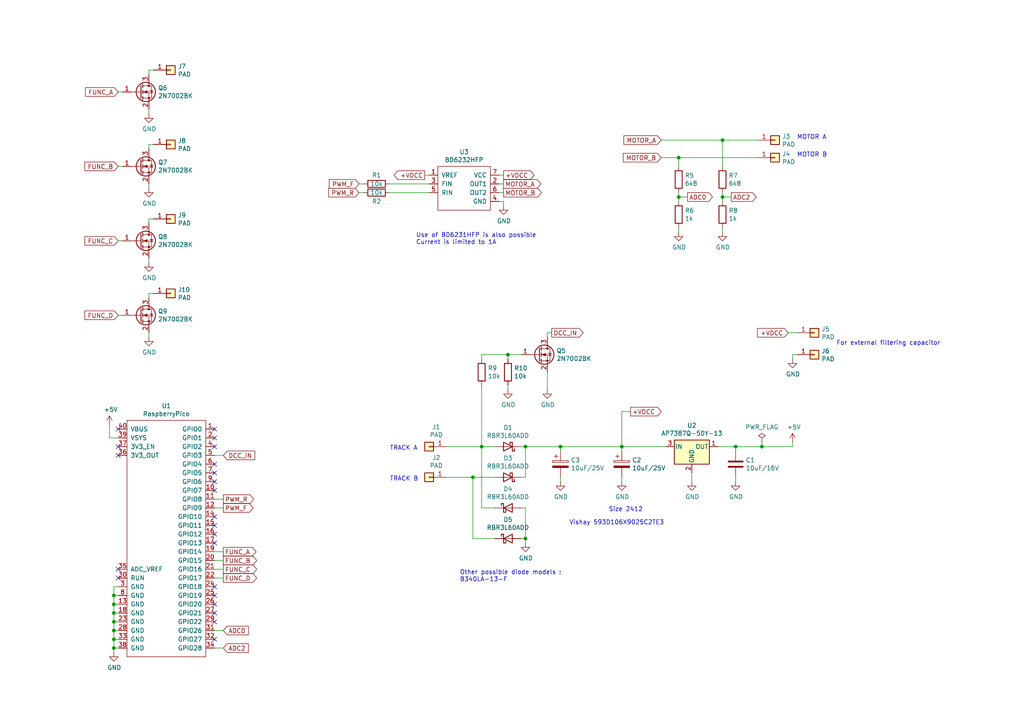
<source format=kicad_sch>
(kicad_sch (version 20230121) (generator eeschema)
  (paper "A4")
  (title_block (title "Raspberry Pico DCC Decoder") (company "MERG") (comment 1 "Designed by Benoit BOUCHEZ - M8718"))
  (lib_symbols
    (symbol "Connector_Generic:Conn_01x01" (pin_names (offset 1.016) hide)
      (property "Reference" "J" (at 0 2.54 0))
      (property "Value" "Conn_01x01" (at 0 -2.54 0))
      (symbol "Conn_01x01_1_1"
        (rectangle (start -1.27 0.127) (end 0 -0.127) (stroke (width 0.1524)))
        (rectangle (start -1.27 1.27) (end 1.27 -1.27) (stroke (width 0.254)) (fill (type background)))
        (pin passive line (at -5.08 0 0) (length 3.81) (name "Pin_1") (number "1"))
      )
    )
    (symbol "Device:C" (pin_numbers hide) (pin_names (offset 0.254))
      (property "Reference" "C" (at 0.635 2.54 0))
      (property "Value" "C" (at 0.635 -2.54 0))
      (symbol "C_0_1"
        (polyline (pts (xy -2.032 -0.762) (xy 2.032 -0.762)) (stroke (width 0.508)))
        (polyline (pts (xy -2.032 0.762) (xy 2.032 0.762)) (stroke (width 0.508)))
      )
      (symbol "C_1_1"
        (pin passive line (at 0 3.81 270) (length 2.794) (name "~") (number "1"))
        (pin passive line (at 0 -3.81 90) (length 2.794) (name "~") (number "2"))
      )
    )
    (symbol "Device:D_Schottky" (pin_numbers hide) (pin_names (offset 1.016) hide)
      (property "Reference" "D" (at 0 2.54 0))
      (property "Value" "D_Schottky" (at 0 -2.54 0))
      (symbol "D_Schottky_0_1"
        (polyline (pts (xy 1.27 0) (xy -1.27 0)))
        (polyline (pts (xy 1.27 1.27) (xy 1.27 -1.27) (xy -1.27 0) (xy 1.27 1.27)) (stroke (width 0.254)))
        (polyline (pts (xy -1.905 0.635) (xy -1.905 1.27) (xy -1.27 1.27) (xy -1.27 -1.27) (xy -0.635 -1.27) (xy -0.635 -0.635)) (stroke (width 0.254)))
      )
      (symbol "D_Schottky_1_1"
        (pin passive line (at -3.81 0 0) (length 2.54) (name "K") (number "1"))
        (pin passive line (at 3.81 0 180) (length 2.54) (name "A") (number "2"))
      )
    )
    (symbol "Device:R" (pin_numbers hide) (pin_names (offset 0))
      (property "Reference" "R" (at 2.032 0 90))
      (property "Value" "R" (at 0 0 90))
      (symbol "R_0_1"
        (rectangle (start -1.016 -2.54) (end 1.016 2.54) (stroke (width 0.254)))
      )
      (symbol "R_1_1"
        (pin passive line (at 0 3.81 270) (length 1.27) (name "~") (number "1"))
        (pin passive line (at 0 -3.81 90) (length 1.27) (name "~") (number "2"))
      )
    )
    (symbol "PicoDecoder-rescue:BD623xHFP-BD623xx" (pin_names (offset 1.016))
      (property "Reference" "U" (at 1.27 0 0))
      (property "Value" "BD623xx_BD623xHFP" (at 7.62 -15.24 0))
      (symbol "BD623xHFP-BD623xx_0_1"
        (rectangle (start 0 -1.27) (end 15.24 -13.97))
      )
      (symbol "BD623xHFP-BD623xx_1_1"
        (pin input line (at -2.54 -3.81 0) (length 2.54) (name "VREF") (number "1"))
        (pin power_out line (at 17.78 -6.35 180) (length 2.54) (name "OUT1") (number "2"))
        (pin input line (at -2.54 -6.35 0) (length 2.54) (name "FIN") (number "3"))
        (pin power_in line (at 17.78 -11.43 180) (length 2.54) (name "GND") (number "4"))
        (pin input line (at -2.54 -8.89 0) (length 2.54) (name "RIN") (number "5"))
        (pin power_out line (at 17.78 -8.89 180) (length 2.54) (name "OUT2") (number "6"))
        (pin power_in line (at 17.78 -3.81 180) (length 2.54) (name "VCC") (number "7"))
      )
    )
    (symbol "PicoDecoder-rescue:CP-Device" (pin_numbers hide) (pin_names (offset 0.254))
      (property "Reference" "C" (at 0.635 2.54 0))
      (property "Value" "Device_CP" (at 0.635 -2.54 0))
      (symbol "CP-Device_0_1"
        (rectangle (start -2.286 0.508) (end 2.286 1.016))
        (polyline (pts (xy -1.778 2.286) (xy -0.762 2.286)))
        (polyline (pts (xy -1.27 2.794) (xy -1.27 1.778)))
        (rectangle (start 2.286 -0.508) (end -2.286 -1.016) (fill (type outline)))
      )
      (symbol "CP-Device_1_1"
        (pin passive line (at 0 3.81 270) (length 2.794) (name "~") (number "1"))
        (pin passive line (at 0 -3.81 90) (length 2.794) (name "~") (number "2"))
      )
    )
    (symbol "PicoDecoder-rescue:RaspberryPico-Pico" (pin_names (offset 1.016))
      (property "Reference" "U" (at -21.59 3.81 0))
      (property "Value" "Pico_RaspberryPico" (at -15.24 -67.31 0))
      (symbol "RaspberryPico-Pico_0_1"
        (rectangle (start -22.86 2.54) (end 0 -66.04))
      )
      (symbol "RaspberryPico-Pico_1_1"
        (pin bidirectional line (at 2.54 0 180) (length 2.54) (name "GPIO0") (number "1"))
        (pin bidirectional line (at 2.54 -17.78 180) (length 2.54) (name "GPIO7") (number "10"))
        (pin bidirectional line (at 2.54 -20.32 180) (length 2.54) (name "GPIO8") (number "11"))
        (pin bidirectional line (at 2.54 -22.86 180) (length 2.54) (name "GPIO9") (number "12"))
        (pin power_in line (at -25.4 -50.8 0) (length 2.54) (name "GND") (number "13"))
        (pin bidirectional line (at 2.54 -25.4 180) (length 2.54) (name "GPIO10") (number "14"))
        (pin bidirectional line (at 2.54 -27.94 180) (length 2.54) (name "GPIO11") (number "15"))
        (pin bidirectional line (at 2.54 -30.48 180) (length 2.54) (name "GPIO12") (number "16"))
        (pin bidirectional line (at 2.54 -33.02 180) (length 2.54) (name "GPIO13") (number "17"))
        (pin power_in line (at -25.4 -53.34 0) (length 2.54) (name "GND") (number "18"))
        (pin bidirectional line (at 2.54 -35.56 180) (length 2.54) (name "GPIO14") (number "19"))
        (pin bidirectional line (at 2.54 -2.54 180) (length 2.54) (name "GPIO1") (number "2"))
        (pin bidirectional line (at 2.54 -38.1 180) (length 2.54) (name "GPIO15") (number "20"))
        (pin bidirectional line (at 2.54 -40.64 180) (length 2.54) (name "GPIO16") (number "21"))
        (pin bidirectional line (at 2.54 -43.18 180) (length 2.54) (name "GPIO17") (number "22"))
        (pin power_in line (at -25.4 -55.88 0) (length 2.54) (name "GND") (number "23"))
        (pin bidirectional line (at 2.54 -45.72 180) (length 2.54) (name "GPIO18") (number "24"))
        (pin bidirectional line (at 2.54 -48.26 180) (length 2.54) (name "GPIO19") (number "25"))
        (pin bidirectional line (at 2.54 -50.8 180) (length 2.54) (name "GPIO20") (number "26"))
        (pin bidirectional line (at 2.54 -53.34 180) (length 2.54) (name "GPIO21") (number "27"))
        (pin power_in line (at -25.4 -58.42 0) (length 2.54) (name "GND") (number "28"))
        (pin bidirectional line (at 2.54 -55.88 180) (length 2.54) (name "GPIO22") (number "29"))
        (pin power_in line (at -25.4 -45.72 0) (length 2.54) (name "GND") (number "3"))
        (pin input line (at -25.4 -43.18 0) (length 2.54) (name "RUN") (number "30"))
        (pin bidirectional line (at 2.54 -58.42 180) (length 2.54) (name "GPIO26") (number "31"))
        (pin bidirectional line (at 2.54 -60.96 180) (length 2.54) (name "GPIO27") (number "32"))
        (pin power_in line (at -25.4 -60.96 0) (length 2.54) (name "GND") (number "33"))
        (pin bidirectional line (at 2.54 -63.5 180) (length 2.54) (name "GPIO28") (number "34"))
        (pin input line (at -25.4 -40.64 0) (length 2.54) (name "ADC_VREF") (number "35"))
        (pin power_out line (at -25.4 -7.62 0) (length 2.54) (name "3V3_OUT") (number "36"))
        (pin input line (at -25.4 -5.08 0) (length 2.54) (name "3V3_EN") (number "37"))
        (pin power_in line (at -25.4 -63.5 0) (length 2.54) (name "GND") (number "38"))
        (pin power_in line (at -25.4 -2.54 0) (length 2.54) (name "VSYS") (number "39"))
        (pin bidirectional line (at 2.54 -5.08 180) (length 2.54) (name "GPIO2") (number "4"))
        (pin power_in line (at -25.4 0 0) (length 2.54) (name "VBUS") (number "40"))
        (pin bidirectional line (at 2.54 -7.62 180) (length 2.54) (name "GPIO3") (number "5"))
        (pin bidirectional line (at 2.54 -10.16 180) (length 2.54) (name "GPIO4") (number "6"))
        (pin bidirectional line (at 2.54 -12.7 180) (length 2.54) (name "GPIO5") (number "7"))
        (pin power_in line (at -25.4 -48.26 0) (length 2.54) (name "GND") (number "8"))
        (pin bidirectional line (at 2.54 -15.24 180) (length 2.54) (name "GPIO6") (number "9"))
      )
    )
    (symbol "Regulator_Linear:L78L05_SOT89" (pin_names (offset 0.254))
      (property "Reference" "U" (at -3.81 3.175 0))
      (property "Value" "L78L05_SOT89" (at -0.635 3.175 0))
      (symbol "L78L05_SOT89_0_1"
        (rectangle (start -5.08 1.905) (end 5.08 -5.08) (stroke (width 0.254)) (fill (type background)))
      )
      (symbol "L78L05_SOT89_1_1"
        (pin power_out line (at 7.62 0 180) (length 2.54) (name "OUT") (number "1"))
        (pin power_in line (at 0 -7.62 90) (length 2.54) (name "GND") (number "2"))
        (pin power_in line (at -7.62 0 0) (length 2.54) (name "IN") (number "3"))
      )
    )
    (symbol "Transistor_FET:2N7002" (pin_names hide)
      (property "Reference" "Q" (at 5.08 1.905 0))
      (property "Value" "2N7002" (at 5.08 0 0))
      (symbol "2N7002_0_1"
        (polyline (pts (xy 0.254 0) (xy -2.54 0)))
        (polyline (pts (xy 0.254 1.905) (xy 0.254 -1.905)) (stroke (width 0.254)))
        (polyline (pts (xy 0.762 -1.27) (xy 0.762 -2.286)) (stroke (width 0.254)))
        (polyline (pts (xy 0.762 0.508) (xy 0.762 -0.508)) (stroke (width 0.254)))
        (polyline (pts (xy 0.762 2.286) (xy 0.762 1.27)) (stroke (width 0.254)))
        (polyline (pts (xy 2.54 2.54) (xy 2.54 1.778)))
        (polyline (pts (xy 2.54 -2.54) (xy 2.54 0) (xy 0.762 0)))
        (polyline (pts (xy 0.762 -1.778) (xy 3.302 -1.778) (xy 3.302 1.778) (xy 0.762 1.778)))
        (polyline (pts (xy 1.016 0) (xy 2.032 0.381) (xy 2.032 -0.381) (xy 1.016 0)) (fill (type outline)))
        (polyline (pts (xy 2.794 0.508) (xy 2.921 0.381) (xy 3.683 0.381) (xy 3.81 0.254)))
        (polyline (pts (xy 3.302 0.381) (xy 2.921 -0.254) (xy 3.683 -0.254) (xy 3.302 0.381)))
        (circle (center 1.651 0) (radius 2.794) (stroke (width 0.254)))
        (circle (center 2.54 -1.778) (radius 0.254) (fill (type outline)))
        (circle (center 2.54 1.778) (radius 0.254) (fill (type outline)))
      )
      (symbol "2N7002_1_1"
        (pin input line (at -5.08 0 0) (length 2.54) (name "G") (number "1"))
        (pin passive line (at 2.54 -5.08 90) (length 2.54) (name "S") (number "2"))
        (pin passive line (at 2.54 5.08 270) (length 2.54) (name "D") (number "3"))
      )
    )
    (symbol "power:+5V" (power) (pin_names (offset 0))
      (property "Value" "+5V" (at 0 3.556 0))
      (symbol "+5V_0_1"
        (polyline (pts (xy -0.762 1.27) (xy 0 2.54)))
        (polyline (pts (xy 0 0) (xy 0 2.54)))
        (polyline (pts (xy 0 2.54) (xy 0.762 1.27)))
      )
      (symbol "+5V_1_1"
        (pin power_in line (at 0 0 90) (length 0) hide (name "+5V") (number "1"))
      )
    )
    (symbol "power:GND" (power) (pin_names (offset 0))
      (property "Value" "GND" (at 0 -3.81 0))
      (symbol "GND_0_1"
        (polyline (pts (xy 0 0) (xy 0 -1.27) (xy 1.27 -1.27) (xy 0 -2.54) (xy -1.27 -1.27) (xy 0 -1.27)))
      )
      (symbol "GND_1_1"
        (pin power_in line (at 0 0 270) (length 0) hide (name "GND") (number "1"))
      )
    )
    (symbol "power:PWR_FLAG" (power) (pin_numbers hide) (pin_names (offset 0) hide)
      (property "Value" "PWR_FLAG" (at 0 3.81 0))
      (symbol "PWR_FLAG_0_0"
        (pin power_out line (at 0 0 90) (length 0) (name "pwr") (number "1"))
      )
      (symbol "PWR_FLAG_0_1"
        (polyline (pts (xy 0 0) (xy 0 1.27) (xy -1.016 1.905) (xy 0 2.54) (xy 1.016 1.905) (xy 0 1.27)))
      )
    )
  )
  (junction (at 147.32 102.87))
  (junction (at 137.16 138.43))
  (junction (at 33.02 185.42))
  (junction (at 196.85 57.15))
  (junction (at 180.34 129.54))
  (junction (at 139.7 129.54))
  (junction (at 33.02 177.8))
  (junction (at 220.98 129.54))
  (junction (at 209.55 57.15))
  (junction (at 209.55 40.64))
  (junction (at 162.56 129.54))
  (junction (at 33.02 172.72))
  (junction (at 33.02 182.88))
  (junction (at 152.4 156.21))
  (junction (at 33.02 187.96))
  (junction (at 196.85 45.72))
  (junction (at 33.02 175.26))
  (junction (at 152.4 129.54))
  (junction (at 33.02 180.34))
  (junction (at 213.36 129.54))
  (no_connect (at 62.23 127))
  (no_connect (at 62.23 172.72))
  (no_connect (at 62.23 177.8))
  (no_connect (at 62.23 129.54))
  (no_connect (at 62.23 185.42))
  (no_connect (at 62.23 134.62))
  (no_connect (at 62.23 170.18))
  (no_connect (at 34.29 124.46))
  (no_connect (at 62.23 124.46))
  (no_connect (at 34.29 167.64))
  (no_connect (at 62.23 149.86))
  (no_connect (at 34.29 132.08))
  (no_connect (at 62.23 180.34))
  (no_connect (at 62.23 154.94))
  (no_connect (at 62.23 137.16))
  (no_connect (at 62.23 157.48))
  (no_connect (at 34.29 165.1))
  (no_connect (at 62.23 175.26))
  (no_connect (at 34.29 129.54))
  (no_connect (at 62.23 152.4))
  (no_connect (at 62.23 142.24))
  (no_connect (at 62.23 139.7))
  (wire (pts (xy 62.23 132.08) (xy 64.77 132.08)))
  (wire (pts (xy 34.29 26.67) (xy 35.56 26.67)))
  (wire (pts (xy 33.02 189.23) (xy 33.02 187.96)))
  (wire (pts (xy 209.55 48.26) (xy 209.55 40.64)))
  (wire (pts (xy 231.14 102.87) (xy 229.87 102.87)))
  (wire (pts (xy 220.98 128.27) (xy 220.98 129.54)))
  (wire (pts (xy 113.03 55.88) (xy 124.46 55.88)))
  (wire (pts (xy 62.23 167.64) (xy 64.77 167.64)))
  (wire (pts (xy 180.34 119.38) (xy 180.34 129.54)))
  (wire (pts (xy 43.18 41.91) (xy 43.18 43.18)))
  (wire (pts (xy 208.28 129.54) (xy 213.36 129.54)))
  (wire (pts (xy 180.34 119.38) (xy 182.88 119.38)))
  (wire (pts (xy 147.32 102.87) (xy 151.13 102.87)))
  (wire (pts (xy 158.75 107.95) (xy 158.75 113.03)))
  (wire (pts (xy 162.56 138.43) (xy 162.56 139.7)))
  (wire (pts (xy 144.78 50.8) (xy 146.05 50.8)))
  (wire (pts (xy 137.16 138.43) (xy 143.51 138.43)))
  (wire (pts (xy 113.03 53.34) (xy 124.46 53.34)))
  (wire (pts (xy 196.85 55.88) (xy 196.85 57.15)))
  (wire (pts (xy 158.75 96.52) (xy 158.75 97.79)))
  (wire (pts (xy 144.78 53.34) (xy 146.05 53.34)))
  (wire (pts (xy 180.34 130.81) (xy 180.34 129.54)))
  (wire (pts (xy 43.18 20.32) (xy 44.45 20.32)))
  (wire (pts (xy 44.45 41.91) (xy 43.18 41.91)))
  (wire (pts (xy 213.36 138.43) (xy 213.36 139.7)))
  (wire (pts (xy 200.66 137.16) (xy 200.66 139.7)))
  (wire (pts (xy 144.78 58.42) (xy 146.05 58.42)))
  (wire (pts (xy 62.23 147.32) (xy 64.77 147.32)))
  (wire (pts (xy 151.13 138.43) (xy 152.4 138.43)))
  (wire (pts (xy 180.34 129.54) (xy 193.04 129.54)))
  (wire (pts (xy 209.55 40.64) (xy 219.71 40.64)))
  (wire (pts (xy 33.02 185.42) (xy 33.02 182.88)))
  (wire (pts (xy 146.05 58.42) (xy 146.05 59.69)))
  (wire (pts (xy 33.02 172.72) (xy 33.02 170.18)))
  (wire (pts (xy 199.39 57.15) (xy 196.85 57.15)))
  (wire (pts (xy 123.19 50.8) (xy 124.46 50.8)))
  (wire (pts (xy 196.85 66.04) (xy 196.85 67.31)))
  (wire (pts (xy 139.7 147.32) (xy 139.7 129.54)))
  (wire (pts (xy 152.4 129.54) (xy 162.56 129.54)))
  (wire (pts (xy 62.23 144.78) (xy 64.77 144.78)))
  (wire (pts (xy 213.36 129.54) (xy 220.98 129.54)))
  (wire (pts (xy 33.02 175.26) (xy 33.02 172.72)))
  (wire (pts (xy 33.02 182.88) (xy 33.02 180.34)))
  (wire (pts (xy 43.18 31.75) (xy 43.18 33.02)))
  (wire (pts (xy 33.02 182.88) (xy 34.29 182.88)))
  (wire (pts (xy 196.85 45.72) (xy 219.71 45.72)))
  (wire (pts (xy 213.36 129.54) (xy 213.36 130.81)))
  (wire (pts (xy 104.14 53.34) (xy 105.41 53.34)))
  (wire (pts (xy 33.02 185.42) (xy 34.29 185.42)))
  (wire (pts (xy 228.6 96.52) (xy 231.14 96.52)))
  (wire (pts (xy 33.02 175.26) (xy 34.29 175.26)))
  (wire (pts (xy 196.85 57.15) (xy 196.85 58.42)))
  (wire (pts (xy 151.13 156.21) (xy 152.4 156.21)))
  (wire (pts (xy 33.02 177.8) (xy 34.29 177.8)))
  (wire (pts (xy 139.7 104.14) (xy 139.7 102.87)))
  (wire (pts (xy 229.87 128.27) (xy 229.87 129.54)))
  (wire (pts (xy 33.02 187.96) (xy 34.29 187.96)))
  (wire (pts (xy 33.02 177.8) (xy 33.02 175.26)))
  (wire (pts (xy 34.29 91.44) (xy 35.56 91.44)))
  (wire (pts (xy 31.75 127) (xy 31.75 123.19)))
  (wire (pts (xy 33.02 187.96) (xy 33.02 185.42)))
  (wire (pts (xy 104.14 55.88) (xy 105.41 55.88)))
  (wire (pts (xy 33.02 180.34) (xy 34.29 180.34)))
  (wire (pts (xy 137.16 138.43) (xy 137.16 156.21)))
  (wire (pts (xy 43.18 63.5) (xy 43.18 64.77)))
  (wire (pts (xy 143.51 147.32) (xy 139.7 147.32)))
  (wire (pts (xy 152.4 157.48) (xy 152.4 156.21)))
  (wire (pts (xy 34.29 48.26) (xy 35.56 48.26)))
  (wire (pts (xy 209.55 57.15) (xy 209.55 58.42)))
  (wire (pts (xy 147.32 104.14) (xy 147.32 102.87)))
  (wire (pts (xy 33.02 170.18) (xy 34.29 170.18)))
  (wire (pts (xy 152.4 147.32) (xy 151.13 147.32)))
  (wire (pts (xy 147.32 111.76) (xy 147.32 113.03)))
  (wire (pts (xy 43.18 21.59) (xy 43.18 20.32)))
  (wire (pts (xy 162.56 129.54) (xy 180.34 129.54)))
  (wire (pts (xy 43.18 85.09) (xy 43.18 86.36)))
  (wire (pts (xy 152.4 129.54) (xy 151.13 129.54)))
  (wire (pts (xy 43.18 96.52) (xy 43.18 97.79)))
  (wire (pts (xy 44.45 85.09) (xy 43.18 85.09)))
  (wire (pts (xy 220.98 129.54) (xy 229.87 129.54)))
  (wire (pts (xy 191.77 45.72) (xy 196.85 45.72)))
  (wire (pts (xy 129.54 138.43) (xy 137.16 138.43)))
  (wire (pts (xy 43.18 74.93) (xy 43.18 76.2)))
  (wire (pts (xy 209.55 66.04) (xy 209.55 67.31)))
  (wire (pts (xy 143.51 156.21) (xy 137.16 156.21)))
  (wire (pts (xy 139.7 111.76) (xy 139.7 129.54)))
  (wire (pts (xy 62.23 162.56) (xy 64.77 162.56)))
  (wire (pts (xy 139.7 102.87) (xy 147.32 102.87)))
  (wire (pts (xy 62.23 160.02) (xy 64.77 160.02)))
  (wire (pts (xy 43.18 53.34) (xy 43.18 54.61)))
  (wire (pts (xy 143.51 129.54) (xy 139.7 129.54)))
  (wire (pts (xy 44.45 63.5) (xy 43.18 63.5)))
  (wire (pts (xy 160.02 96.52) (xy 158.75 96.52)))
  (wire (pts (xy 162.56 130.81) (xy 162.56 129.54)))
  (wire (pts (xy 34.29 69.85) (xy 35.56 69.85)))
  (wire (pts (xy 33.02 172.72) (xy 34.29 172.72)))
  (wire (pts (xy 229.87 102.87) (xy 229.87 104.14)))
  (wire (pts (xy 212.09 57.15) (xy 209.55 57.15)))
  (wire (pts (xy 64.77 187.96) (xy 62.23 187.96)))
  (wire (pts (xy 33.02 180.34) (xy 33.02 177.8)))
  (wire (pts (xy 62.23 182.88) (xy 64.77 182.88)))
  (wire (pts (xy 191.77 40.64) (xy 209.55 40.64)))
  (wire (pts (xy 62.23 165.1) (xy 64.77 165.1)))
  (wire (pts (xy 196.85 48.26) (xy 196.85 45.72)))
  (wire (pts (xy 152.4 138.43) (xy 152.4 129.54)))
  (wire (pts (xy 144.78 55.88) (xy 146.05 55.88)))
  (wire (pts (xy 152.4 156.21) (xy 152.4 147.32)))
  (wire (pts (xy 129.54 129.54) (xy 139.7 129.54)))
  (wire (pts (xy 34.29 127) (xy 31.75 127)))
  (wire (pts (xy 209.55 55.88) (xy 209.55 57.15)))
  (wire (pts (xy 180.34 138.43) (xy 180.34 139.7)))
  (text "MOTOR B" (at 231.14 45.72 0) (effects (font (size 1.27 1.27)) (justify left bottom)))
  (text "Use of BD6231HFP is also possible\nCurrent is limited to 1A" (at 120.65 71.12 0) (effects (font (size 1.27 1.27)) (justify left bottom)))
  (text "For external filtering capacitor" (at 242.57 100.33 0) (effects (font (size 1.27 1.27)) (justify left bottom)))
  (text "TRACK B" (at 113.03 139.7 0) (effects (font (size 1.27 1.27)) (justify left bottom)))
  (text "TRACK A" (at 113.03 130.81 0) (effects (font (size 1.27 1.27)) (justify left bottom)))
  (text "MOTOR A" (at 231.14 40.64 0) (effects (font (size 1.27 1.27)) (justify left bottom)))
  (text "Other possible diode models :\nB340LA-13-F" (at 133.35 168.91 0) (effects (font (size 1.27 1.27)) (justify left bottom)))
  (text "Size 2412" (at 176.53 148.59 0) (effects (font (size 1.27 1.27)) (justify left bottom)))
  (text "Vishay 593D106X9025C2TE3" (at 165.1 152.4 0) (effects (font (size 1.27 1.27)) (justify left bottom)))
  (global_label "MOTOR_A" (shape input) (at 191.77 40.64 180) (property "Intersheetrefs" "${INTERSHEET_REFS}" (effects hide)))
  (global_label "FUNC_C" (shape output) (at 64.77 165.1 0) (property "Intersheetrefs" "${INTERSHEET_REFS}" (effects hide)))
  (global_label "+VDCC" (shape output) (at 146.05 50.8 0) (property "Intersheetrefs" "${INTERSHEET_REFS}" (effects hide)))
  (global_label "FUNC_D" (shape input) (at 34.29 91.44 180) (property "Intersheetrefs" "${INTERSHEET_REFS}" (effects hide)))
  (global_label "ADC0" (shape output) (at 199.39 57.15 0) (property "Intersheetrefs" "${INTERSHEET_REFS}" (effects hide)))
  (global_label "PWM_R" (shape output) (at 64.77 144.78 0) (property "Intersheetrefs" "${INTERSHEET_REFS}" (effects hide)))
  (global_label "FUNC_B" (shape output) (at 64.77 162.56 0) (property "Intersheetrefs" "${INTERSHEET_REFS}" (effects hide)))
  (global_label "FUNC_D" (shape output) (at 64.77 167.64 0) (property "Intersheetrefs" "${INTERSHEET_REFS}" (effects hide)))
  (global_label "FUNC_B" (shape input) (at 34.29 48.26 180) (property "Intersheetrefs" "${INTERSHEET_REFS}" (effects hide)))
  (global_label "FUNC_A" (shape output) (at 64.77 160.02 0) (property "Intersheetrefs" "${INTERSHEET_REFS}" (effects hide)))
  (global_label "FUNC_A" (shape input) (at 34.29 26.67 180) (property "Intersheetrefs" "${INTERSHEET_REFS}" (effects hide)))
  (global_label "PWM_F" (shape output) (at 64.77 147.32 0) (property "Intersheetrefs" "${INTERSHEET_REFS}" (effects hide)))
  (global_label "ADC2" (shape input) (at 64.77 187.96 0) (property "Intersheetrefs" "${INTERSHEET_REFS}" (effects hide)))
  (global_label "+VDCC" (shape output) (at 182.88 119.38 0) (property "Intersheetrefs" "${INTERSHEET_REFS}" (effects hide)))
  (global_label "MOTOR_B" (shape output) (at 146.05 55.88 0) (property "Intersheetrefs" "${INTERSHEET_REFS}" (effects hide)))
  (global_label "DCC_IN" (shape output) (at 160.02 96.52 0) (property "Intersheetrefs" "${INTERSHEET_REFS}" (effects hide)))
  (global_label "ADC0" (shape input) (at 64.77 182.88 0) (property "Intersheetrefs" "${INTERSHEET_REFS}" (effects hide)))
  (global_label "+VDCC" (shape output) (at 123.19 50.8 180) (property "Intersheetrefs" "${INTERSHEET_REFS}" (effects hide)))
  (global_label "ADC2" (shape output) (at 212.09 57.15 0) (property "Intersheetrefs" "${INTERSHEET_REFS}" (effects hide)))
  (global_label "FUNC_C" (shape input) (at 34.29 69.85 180) (property "Intersheetrefs" "${INTERSHEET_REFS}" (effects hide)))
  (global_label "PWM_F" (shape input) (at 104.14 53.34 180) (property "Intersheetrefs" "${INTERSHEET_REFS}" (effects hide)))
  (global_label "MOTOR_A" (shape output) (at 146.05 53.34 0) (property "Intersheetrefs" "${INTERSHEET_REFS}" (effects hide)))
  (global_label "+VDCC" (shape input) (at 228.6 96.52 180) (property "Intersheetrefs" "${INTERSHEET_REFS}" (effects hide)))
  (global_label "PWM_R" (shape input) (at 104.14 55.88 180) (property "Intersheetrefs" "${INTERSHEET_REFS}" (effects hide)))
  (global_label "DCC_IN" (shape input) (at 64.77 132.08 0) (property "Intersheetrefs" "${INTERSHEET_REFS}" (effects hide)))
  (global_label "MOTOR_B" (shape input) (at 191.77 45.72 180) (property "Intersheetrefs" "${INTERSHEET_REFS}" (effects hide)))
  (symbol (lib_id "Device:R") (at 196.85 52.07 0) (unit 1)
    (property "Reference" "R5" (at 198.628 50.9016 0) (effects (justify left)))
    (property "Value" "6k8" (at 198.628 53.213 0) (effects (justify left)))
    (property "Footprint" "Resistor_SMD:R_0805_2012Metric_Pad1.20x1.40mm_HandSolder" (effects hide))
  )
  (symbol (lib_id "Device:R") (at 209.55 52.07 0) (unit 1)
    (property "Reference" "R7" (at 211.328 50.9016 0) (effects (justify left)))
    (property "Value" "6k8" (at 211.328 53.213 0) (effects (justify left)))
    (property "Footprint" "Resistor_SMD:R_0805_2012Metric_Pad1.20x1.40mm_HandSolder" (effects hide))
  )
  (symbol (lib_id "Device:R") (at 196.85 62.23 0) (unit 1)
    (property "Reference" "R6" (at 198.628 61.0616 0) (effects (justify left)))
    (property "Value" "1k" (at 198.628 63.373 0) (effects (justify left)))
    (property "Footprint" "Resistor_SMD:R_0805_2012Metric_Pad1.20x1.40mm_HandSolder" (effects hide))
  )
  (symbol (lib_id "Device:R") (at 209.55 62.23 0) (unit 1)
    (property "Reference" "R8" (at 211.328 61.0616 0) (effects (justify left)))
    (property "Value" "1k" (at 211.328 63.373 0) (effects (justify left)))
    (property "Footprint" "Resistor_SMD:R_0805_2012Metric_Pad1.20x1.40mm_HandSolder" (effects hide))
  )
  (symbol (lib_id "power:GND") (at 196.85 67.31 0) (unit 1)
    (property "Reference" "#PWR010" (effects hide))
    (property "Value" "GND" (at 196.977 71.7042 0))
  )
  (symbol (lib_id "power:GND") (at 209.55 67.31 0) (unit 1)
    (property "Reference" "#PWR011" (effects hide))
    (property "Value" "GND" (at 209.677 71.7042 0))
  )
  (symbol (lib_id "PicoDecoder-rescue:RaspberryPico-Pico") (at 59.69 124.46 0) (unit 1)
    (property "Reference" "U1" (at 48.26 117.729 0))
    (property "Value" "RaspberryPico" (at 48.26 120.0404 0))
    (property "Footprint" "RaspberryPico:RaspberryPico_TH_NoSWD" (effects hide))
  )
  (symbol (lib_id "Connector_Generic:Conn_01x01") (at 224.79 45.72 0) (unit 1)
    (property "Reference" "J4" (at 226.822 44.6532 0) (effects (justify left)))
    (property "Value" "PAD" (at 226.822 46.9646 0) (effects (justify left)))
    (property "Footprint" "TestPoint:TestPoint_Pad_2.5x2.5mm" (effects hide))
  )
  (symbol (lib_id "Connector_Generic:Conn_01x01") (at 224.79 40.64 0) (unit 1)
    (property "Reference" "J3" (at 226.822 39.5732 0) (effects (justify left)))
    (property "Value" "PAD" (at 226.822 41.8846 0) (effects (justify left)))
    (property "Footprint" "TestPoint:TestPoint_Pad_2.5x2.5mm" (effects hide))
  )
  (symbol (lib_id "power:GND") (at 33.02 189.23 0) (unit 1)
    (property "Reference" "#PWR01" (effects hide))
    (property "Value" "GND" (at 33.147 193.6242 0))
  )
  (symbol (lib_id "Connector_Generic:Conn_01x01") (at 124.46 129.54 180) (unit 1)
    (property "Reference" "J1" (at 126.5428 123.825 0))
    (property "Value" "PAD" (at 126.5428 126.1364 0))
    (property "Footprint" "TestPoint:TestPoint_Pad_2.5x2.5mm" (effects hide))
  )
  (symbol (lib_id "Connector_Generic:Conn_01x01") (at 124.46 138.43 180) (unit 1)
    (property "Reference" "J2" (at 126.5428 132.715 0))
    (property "Value" "PAD" (at 126.5428 135.0264 0))
    (property "Footprint" "TestPoint:TestPoint_Pad_2.5x2.5mm" (effects hide))
  )
  (symbol (lib_id "power:GND") (at 152.4 157.48 0) (unit 1)
    (property "Reference" "#PWR02" (effects hide))
    (property "Value" "GND" (at 152.527 161.8742 0))
  )
  (symbol (lib_id "Device:C") (at 213.36 134.62 0) (unit 1)
    (property "Reference" "C1" (at 216.281 133.4516 0) (effects (justify left)))
    (property "Value" "10uF/16V" (at 216.281 135.763 0) (effects (justify left)))
    (property "Footprint" "Capacitor_SMD:C_1206_3216Metric_Pad1.33x1.80mm_HandSolder" (effects hide))
  )
  (symbol (lib_id "power:+5V") (at 229.87 128.27 0) (unit 1)
    (property "Reference" "#PWR09" (effects hide))
    (property "Value" "+5V" (at 230.251 123.8758 0))
  )
  (symbol (lib_id "power:PWR_FLAG") (at 220.98 128.27 0) (unit 1)
    (property "Reference" "#FLG01" (effects hide))
    (property "Value" "PWR_FLAG" (at 220.98 123.8758 0))
  )
  (symbol (lib_id "power:GND") (at 213.36 139.7 0) (unit 1)
    (property "Reference" "#PWR08" (effects hide))
    (property "Value" "GND" (at 213.487 144.0942 0))
  )
  (symbol (lib_id "power:GND") (at 200.66 139.7 0) (unit 1)
    (property "Reference" "#PWR07" (effects hide))
    (property "Value" "GND" (at 200.787 144.0942 0))
  )
  (symbol (lib_id "power:GND") (at 180.34 139.7 0) (unit 1)
    (property "Reference" "#PWR015" (effects hide))
    (property "Value" "GND" (at 180.467 144.0942 0))
  )
  (symbol (lib_id "power:+5V") (at 31.75 123.19 0) (unit 1)
    (property "Reference" "#PWR013" (effects hide))
    (property "Value" "+5V" (at 32.131 118.7958 0))
  )
  (symbol (lib_id "Connector_Generic:Conn_01x01") (at 236.22 102.87 0) (unit 1)
    (property "Reference" "J6" (at 238.252 101.8032 0) (effects (justify left)))
    (property "Value" "PAD" (at 238.252 104.1146 0) (effects (justify left)))
    (property "Footprint" "TestPoint:TestPoint_Pad_2.5x2.5mm" (effects hide))
  )
  (symbol (lib_id "power:GND") (at 229.87 104.14 0) (unit 1)
    (property "Reference" "#PWR016" (effects hide))
    (property "Value" "GND" (at 229.997 108.5342 0))
  )
  (symbol (lib_id "Connector_Generic:Conn_01x01") (at 236.22 96.52 0) (unit 1)
    (property "Reference" "J5" (at 238.252 95.4532 0) (effects (justify left)))
    (property "Value" "PAD" (at 238.252 97.7646 0) (effects (justify left)))
    (property "Footprint" "TestPoint:TestPoint_Pad_2.5x2.5mm" (effects hide))
  )
  (symbol (lib_id "Device:D_Schottky") (at 147.32 129.54 180) (unit 1)
    (property "Reference" "D1" (at 147.32 124.0282 0))
    (property "Value" "RBR3L60ADD" (at 147.32 126.3396 0))
    (property "Footprint" "Diode_SMD:D_SMA_Handsoldering" (effects hide))
  )
  (symbol (lib_id "Device:D_Schottky") (at 147.32 138.43 180) (unit 1)
    (property "Reference" "D3" (at 147.32 132.9182 0))
    (property "Value" "RBR3L60ADD" (at 147.32 135.2296 0))
    (property "Footprint" "Diode_SMD:D_SMA_Handsoldering" (effects hide))
  )
  (symbol (lib_id "Device:D_Schottky") (at 147.32 147.32 0) (unit 1)
    (property "Reference" "D4" (at 147.32 141.8082 0))
    (property "Value" "RBR3L60ADD" (at 147.32 144.1196 0))
    (property "Footprint" "Diode_SMD:D_SMA_Handsoldering" (effects hide))
  )
  (symbol (lib_id "Device:D_Schottky") (at 147.32 156.21 0) (unit 1)
    (property "Reference" "D5" (at 147.32 150.6982 0))
    (property "Value" "RBR3L60ADD" (at 147.32 153.0096 0))
    (property "Footprint" "Diode_SMD:D_SMA_Handsoldering" (effects hide))
  )
  (symbol (lib_id "PicoDecoder-rescue:BD623xHFP-BD623xx") (at 127 46.99 0) (unit 1)
    (property "Reference" "U3" (at 134.62 44.069 0))
    (property "Value" "BD6232HFP" (at 134.62 46.3804 0))
    (property "Footprint" "Package_TO_SOT_SMD:Rohm_HRP7" (effects hide))
  )
  (symbol (lib_id "power:GND") (at 146.05 59.69 0) (unit 1)
    (property "Reference" "#PWR03" (effects hide))
    (property "Value" "GND" (at 146.177 64.0842 0))
  )
  (symbol (lib_id "Regulator_Linear:L78L05_SOT89") (at 200.66 129.54 0) (unit 1)
    (property "Reference" "U2" (at 200.66 123.3932 0))
    (property "Value" "AP7387Q-50Y-13" (at 200.66 125.7046 0))
    (property "Footprint" "Package_TO_SOT_SMD:SOT-89-3_Handsoldering" (effects hide))
    (property "Datasheet" "http://www.st.com/content/ccc/resource/technical/document/datasheet/15/55/e5/aa/23/5b/43/fd/CD00000446.pdf/files/CD00000446.pdf/jcr:content/translations/en.CD00000446.pdf" (effects hide))
  )
  (symbol (lib_id "Transistor_FET:2N7002") (at 156.21 102.87 0) (unit 1)
    (property "Reference" "Q5" (at 161.3916 101.7016 0) (effects (justify left)))
    (property "Value" "2N7002BK" (at 161.3916 104.013 0) (effects (justify left)))
    (property "Footprint" "Package_TO_SOT_SMD:SOT-23_Handsoldering" (effects hide))
    (property "Datasheet" "https://www.onsemi.com/pub/Collateral/NDS7002A-D.PDF" (effects hide))
  )
  (symbol (lib_id "Device:R") (at 139.7 107.95 0) (unit 1)
    (property "Reference" "R9" (at 141.478 106.7816 0) (effects (justify left)))
    (property "Value" "10k" (at 141.478 109.093 0) (effects (justify left)))
    (property "Footprint" "Resistor_SMD:R_0805_2012Metric_Pad1.20x1.40mm_HandSolder" (effects hide))
  )
  (symbol (lib_id "Device:R") (at 147.32 107.95 0) (unit 1)
    (property "Reference" "R10" (at 149.098 106.7816 0) (effects (justify left)))
    (property "Value" "10k" (at 149.098 109.093 0) (effects (justify left)))
    (property "Footprint" "Resistor_SMD:R_0805_2012Metric_Pad1.20x1.40mm_HandSolder" (effects hide))
  )
  (symbol (lib_id "power:GND") (at 147.32 113.03 0) (unit 1)
    (property "Reference" "#PWR014" (effects hide))
    (property "Value" "GND" (at 147.447 117.4242 0))
  )
  (symbol (lib_id "power:GND") (at 158.75 113.03 0) (unit 1)
    (property "Reference" "#PWR017" (effects hide))
    (property "Value" "GND" (at 158.877 117.4242 0))
  )
  (symbol (lib_id "Transistor_FET:2N7002") (at 40.64 26.67 0) (unit 1)
    (property "Reference" "Q6" (at 45.8216 25.5016 0) (effects (justify left)))
    (property "Value" "2N7002BK" (at 45.8216 27.813 0) (effects (justify left)))
    (property "Footprint" "Package_TO_SOT_SMD:SOT-23_Handsoldering" (effects hide))
    (property "Datasheet" "https://www.onsemi.com/pub/Collateral/NDS7002A-D.PDF" (effects hide))
  )
  (symbol (lib_id "Transistor_FET:2N7002") (at 40.64 48.26 0) (unit 1)
    (property "Reference" "Q7" (at 45.8216 47.0916 0) (effects (justify left)))
    (property "Value" "2N7002BK" (at 45.8216 49.403 0) (effects (justify left)))
    (property "Footprint" "Package_TO_SOT_SMD:SOT-23_Handsoldering" (effects hide))
    (property "Datasheet" "https://www.onsemi.com/pub/Collateral/NDS7002A-D.PDF" (effects hide))
  )
  (symbol (lib_id "Transistor_FET:2N7002") (at 40.64 69.85 0) (unit 1)
    (property "Reference" "Q8" (at 45.8216 68.6816 0) (effects (justify left)))
    (property "Value" "2N7002BK" (at 45.8216 70.993 0) (effects (justify left)))
    (property "Footprint" "Package_TO_SOT_SMD:SOT-23_Handsoldering" (effects hide))
    (property "Datasheet" "https://www.onsemi.com/pub/Collateral/NDS7002A-D.PDF" (effects hide))
  )
  (symbol (lib_id "Transistor_FET:2N7002") (at 40.64 91.44 0) (unit 1)
    (property "Reference" "Q9" (at 45.8216 90.2716 0) (effects (justify left)))
    (property "Value" "2N7002BK" (at 45.8216 92.583 0) (effects (justify left)))
    (property "Footprint" "Package_TO_SOT_SMD:SOT-23_Handsoldering" (effects hide))
    (property "Datasheet" "https://www.onsemi.com/pub/Collateral/NDS7002A-D.PDF" (effects hide))
  )
  (symbol (lib_id "Connector_Generic:Conn_01x01") (at 49.53 20.32 0) (unit 1)
    (property "Reference" "J7" (at 51.562 19.2532 0) (effects (justify left)))
    (property "Value" "PAD" (at 51.562 21.5646 0) (effects (justify left)))
    (property "Footprint" "TestPoint:TestPoint_Pad_2.5x2.5mm" (effects hide))
  )
  (symbol (lib_id "Connector_Generic:Conn_01x01") (at 49.53 41.91 0) (unit 1)
    (property "Reference" "J8" (at 51.562 40.8432 0) (effects (justify left)))
    (property "Value" "PAD" (at 51.562 43.1546 0) (effects (justify left)))
    (property "Footprint" "TestPoint:TestPoint_Pad_2.5x2.5mm" (effects hide))
  )
  (symbol (lib_id "Connector_Generic:Conn_01x01") (at 49.53 63.5 0) (unit 1)
    (property "Reference" "J9" (at 51.562 62.4332 0) (effects (justify left)))
    (property "Value" "PAD" (at 51.562 64.7446 0) (effects (justify left)))
    (property "Footprint" "TestPoint:TestPoint_Pad_2.5x2.5mm" (effects hide))
  )
  (symbol (lib_id "Connector_Generic:Conn_01x01") (at 49.53 85.09 0) (unit 1)
    (property "Reference" "J10" (at 51.562 84.0232 0) (effects (justify left)))
    (property "Value" "PAD" (at 51.562 86.3346 0) (effects (justify left)))
    (property "Footprint" "TestPoint:TestPoint_Pad_2.5x2.5mm" (effects hide))
  )
  (symbol (lib_id "power:GND") (at 43.18 33.02 0) (unit 1)
    (property "Reference" "#PWR012" (effects hide))
    (property "Value" "GND" (at 43.307 37.4142 0))
  )
  (symbol (lib_id "power:GND") (at 43.18 54.61 0) (unit 1)
    (property "Reference" "#PWR018" (effects hide))
    (property "Value" "GND" (at 43.307 59.0042 0))
  )
  (symbol (lib_id "power:GND") (at 43.18 76.2 0) (unit 1)
    (property "Reference" "#PWR019" (effects hide))
    (property "Value" "GND" (at 43.307 80.5942 0))
  )
  (symbol (lib_id "power:GND") (at 43.18 97.79 0) (unit 1)
    (property "Reference" "#PWR020" (effects hide))
    (property "Value" "GND" (at 43.307 102.1842 0))
  )
  (symbol (lib_id "PicoDecoder-rescue:CP-Device") (at 180.34 134.62 0) (unit 1)
    (property "Reference" "C2" (at 183.3372 133.4516 0) (effects (justify left)))
    (property "Value" "10uF/25V" (at 183.3372 135.763 0) (effects (justify left)))
    (property "Footprint" "Capacitor_Tantalum_SMD:CP_EIA-6032-20_AVX-F_Pad2.25x2.35mm_HandSolder" (effects hide))
  )
  (symbol (lib_id "PicoDecoder-rescue:CP-Device") (at 162.56 134.62 0) (unit 1)
    (property "Reference" "C3" (at 165.5572 133.4516 0) (effects (justify left)))
    (property "Value" "10uF/25V" (at 165.5572 135.763 0) (effects (justify left)))
    (property "Footprint" "Capacitor_Tantalum_SMD:CP_EIA-6032-20_AVX-F_Pad2.25x2.35mm_HandSolder" (effects hide))
  )
  (symbol (lib_id "power:GND") (at 162.56 139.7 0) (unit 1)
    (property "Reference" "#PWR0101" (effects hide))
    (property "Value" "GND" (at 162.687 144.0942 0))
  )
  (symbol (lib_id "Device:R") (at 109.22 53.34 90) (unit 1)
    (property "Reference" "R1" (at 109.22 50.8 90))
    (property "Value" "10k" (at 109.22 53.34 90))
    (property "Footprint" "Resistor_SMD:R_0805_2012Metric_Pad1.20x1.40mm_HandSolder" (effects hide))
  )
  (symbol (lib_id "Device:R") (at 109.22 55.88 90) (unit 1)
    (property "Reference" "R2" (at 109.22 58.42 90))
    (property "Value" "10k" (at 109.22 55.88 90))
    (property "Footprint" "Resistor_SMD:R_0805_2012Metric_Pad1.20x1.40mm_HandSolder" (effects hide))
  )
)
</source>
